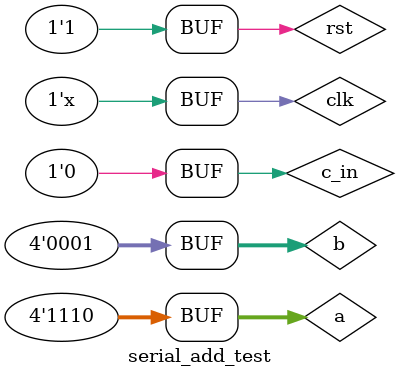
<source format=v>
`timescale 1ns / 1ps


module serial_add_test;

	// Inputs
	reg clk;
	reg rst;
	reg [3:0] a;
	reg [3:0] b;
	reg c_in;

	// Outputs
	wire [3:0] S;
	wire c_out;

	// Instantiate the Unit Under Test (UUT)
	serial_add uut (
		.clk(clk), 
		.rst(rst), 
		.a(a), 
		.b(b), 
		.c_in(c_in), 
		.S(S), 
		.c_out(c_out)
	);
always #5 clk = ~clk;
//initial #480 $finish;
	initial begin
		// Initialize Inputs
		clk=0;
		c_in = 0;
		rst = 0;
		a =0;
		b= 0;
		#6;
		rst =1;
		#67;
		repeat(15) begin
		repeat(15) begin
		rst = 0;
		if(b==15)
		begin
		a = a+1;
		end
		b = b+4'b0001;
		#6;
		rst = 1;
		#64;
		end
		end
        
		// Add stimulus here

	end
	
      
endmodule


</source>
